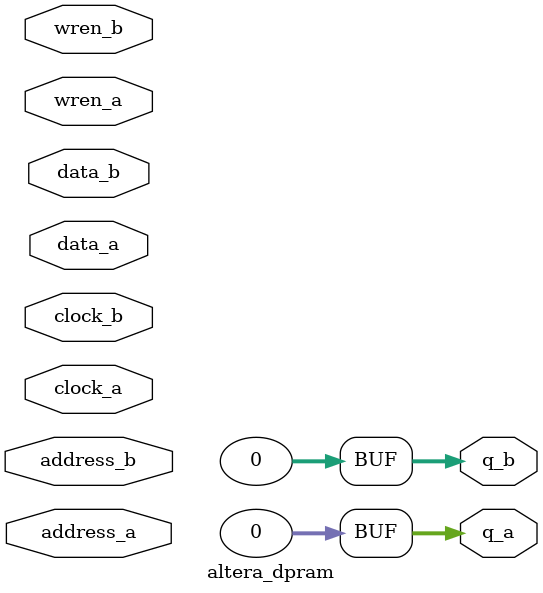
<source format=v>
module altera_dpram(	// file.cleaned.mlir:2:3
  input  [11:0] address_a,	// file.cleaned.mlir:2:30
                address_b,	// file.cleaned.mlir:2:51
  input         clock_a,	// file.cleaned.mlir:2:72
                clock_b,	// file.cleaned.mlir:2:90
  input  [31:0] data_a,	// file.cleaned.mlir:2:108
                data_b,	// file.cleaned.mlir:2:126
  input         wren_a,	// file.cleaned.mlir:2:144
                wren_b,	// file.cleaned.mlir:2:161
  output [31:0] q_a,	// file.cleaned.mlir:2:179
                q_b	// file.cleaned.mlir:2:194
);

  assign q_a = 32'h0;	// file.cleaned.mlir:3:15, :4:5
  assign q_b = 32'h0;	// file.cleaned.mlir:3:15, :4:5
endmodule


</source>
